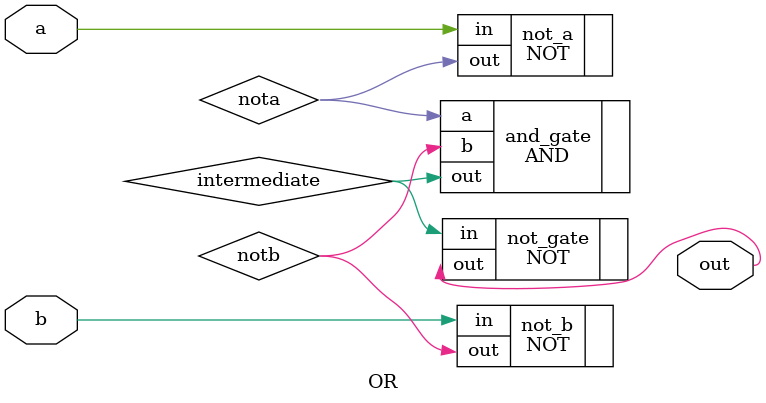
<source format=v>
module OR (
    input a, b,
    output out
);
    wire nota, notb, intermediate;
    NOT not_a (
        .in(a),
        .out(nota)
    );
    NOT not_b (
        .in(b),
        .out(notb)
    );
    AND and_gate (
        .a(nota),
        .b(notb),
        .out(intermediate)
    );
    NOT not_gate (
        .in(intermediate),
        .out(out)
    );
endmodule
</source>
